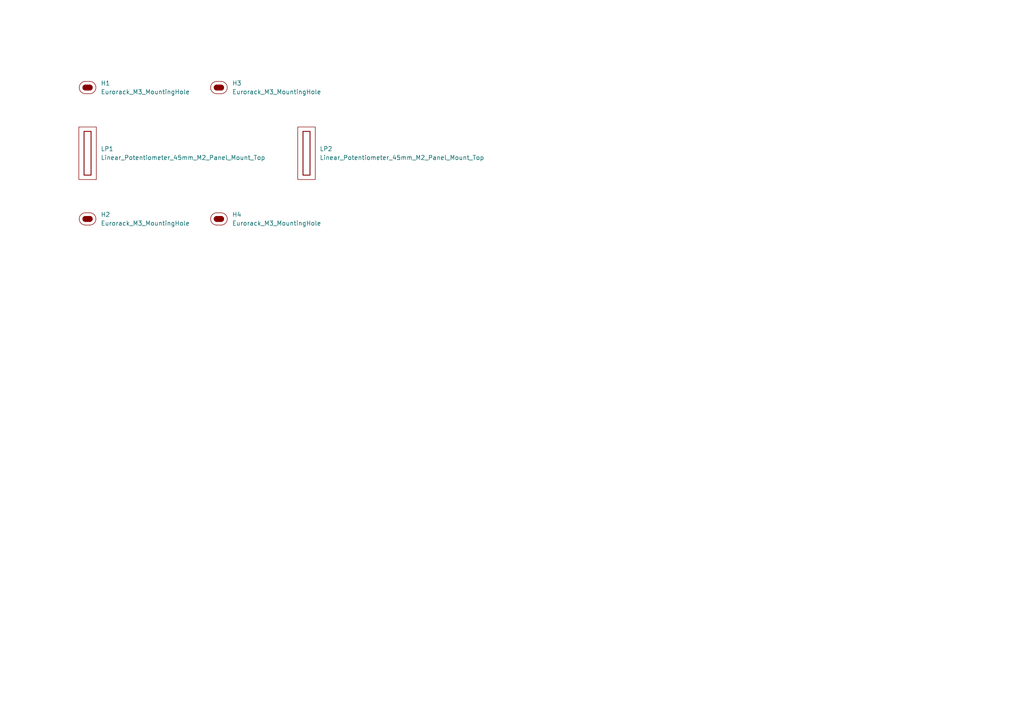
<source format=kicad_sch>
(kicad_sch (version 20250114) (generator "eeschema") (generator_version "9.0")
  (paper "A4")
  (lib_symbols
    (symbol "EXC:Eurorack_M3_MountingHole" (pin_names (offset 1.016))
      (property "Reference" "H" (at 0 5.08 0))
      (property "Value" "Eurorack_M3_MountingHole" (at 0 3.175 0))
      (symbol "Eurorack_M3_MountingHole_0_1"
        (polyline (pts (xy -0.635 0.762) (xy 0.635 0.762)))
        (circle (center -0.635 0) (radius 0.762) (fill (type outline)))
        (arc (start -0.635 -0.762) (mid -1.397 0) (end -0.635 0.762))
        (arc (start -0.635 -1.778) (mid -2.413 0) (end -0.635 1.778))
        (polyline (pts (xy -0.635 -0.762) (xy 0.635 -0.762)))
        (polyline (pts (xy -0.635 -1.778) (xy 0.635 -1.778)))
        (circle (center 0 0) (radius 0.762) (fill (type outline)))
        (polyline (pts (xy 0.635 1.778) (xy -0.635 1.778)))
        (arc (start 0.6141 1.778) (mid 2.4131 0) (end 0.6141 -1.778))
        (arc (start 0.6227 0.762) (mid 1.3971 0) (end 0.6227 -0.762))
        (circle (center 0.635 0) (radius 0.762) (fill (type outline)))
      )
    )
    (symbol "EXC:Linear_Potentiometer_45mm_M2_Panel_Mount_Top" (pin_numbers (hide yes)) (pin_names (offset 0))
      (property "Reference" "LP" (at 0 8.636 0))
      (property "Value" "Linear_Potentiometer_45mm_M2_Panel_Mount_Top" (at 0.254 -8.89 0))
      (symbol "Linear_Potentiometer_45mm_M2_Panel_Mount_Top_0_1"
        (rectangle (start -2.54 7.62) (end 2.54 -7.62))
        (rectangle (start -1.016 6.35) (end 1.016 -6.35) (stroke (width 0.254)))
      )
    )
  )
  (symbol (lib_id "EXC:Eurorack_M3_MountingHole") (at 63.5 63.5 0) (unit 1)
    (property "Reference" "H4" (at 67.31 62.2299 0) (effects (justify left)))
    (property "Value" "Eurorack_M3_MountingHole" (at 67.31 64.7699 0) (effects (justify left)))
    (property "Footprint" "EXC:MountingHole_3.2mm_M3" (effects (hide yes)))
    (property "Description" "Mounting Hole without connection" (effects (hide yes)))
  )
  (symbol (lib_id "EXC:Linear_Potentiometer_45mm_M2_Panel_Mount_Top") (at 88.9 44.45 0) (unit 1)
    (property "Reference" "LP2" (at 92.71 43.1799 0) (effects (justify left)))
    (property "Value" "Linear_Potentiometer_45mm_M2_Panel_Mount_Top" (at 92.71 45.7199 0) (effects (justify left)))
    (property "Footprint" "EXC:Linear_Potentiometer_45mm_M2_Panel_Mount_Top" (effects (hide yes)))
    (property "Datasheet" "https://cdn-shop.adafruit.com/product-files/4272/P4272+C13403-001+Data+Sheet+.pdf" (effects (hide yes)))
    (property "Description" "Slide Potentiometer with Knob - 45mm Long - 10KΩ. Panel-mounted with 2x M2 screws, 41mm apart." (effects (hide yes)))
    (property "Source" "https://www.adafruit.com/product/4272" (effects (hide yes)))
  )
  (symbol (lib_id "EXC:Eurorack_M3_MountingHole") (at 25.4 63.5 0) (unit 1)
    (property "Reference" "H2" (at 29.21 62.2299 0) (effects (justify left)))
    (property "Value" "Eurorack_M3_MountingHole" (at 29.21 64.7699 0) (effects (justify left)))
    (property "Footprint" "EXC:MountingHole_3.2mm_M3" (effects (hide yes)))
    (property "Description" "Mounting Hole without connection" (effects (hide yes)))
  )
  (symbol (lib_id "EXC:Linear_Potentiometer_45mm_M2_Panel_Mount_Top") (at 25.4 44.45 0) (unit 1)
    (property "Reference" "LP1" (at 29.21 43.1799 0) (effects (justify left)))
    (property "Value" "Linear_Potentiometer_45mm_M2_Panel_Mount_Top" (at 29.21 45.7199 0) (effects (justify left)))
    (property "Footprint" "EXC:Linear_Potentiometer_45mm_M2_Panel_Mount_Top" (effects (hide yes)))
    (property "Datasheet" "https://cdn-shop.adafruit.com/product-files/4272/P4272+C13403-001+Data+Sheet+.pdf" (effects (hide yes)))
    (property "Description" "Slide Potentiometer with Knob - 45mm Long - 10KΩ. Panel-mounted with 2x M2 screws, 41mm apart." (effects (hide yes)))
    (property "Source" "https://www.adafruit.com/product/4272" (effects (hide yes)))
  )
  (symbol (lib_id "EXC:Eurorack_M3_MountingHole") (at 25.4 25.4 0) (unit 1)
    (property "Reference" "H1" (at 29.21 24.1299 0) (effects (justify left)))
    (property "Value" "Eurorack_M3_MountingHole" (at 29.21 26.6699 0) (effects (justify left)))
    (property "Footprint" "EXC:MountingHole_3.2mm_M3" (effects (hide yes)))
    (property "Description" "Mounting Hole without connection" (effects (hide yes)))
  )
  (symbol (lib_id "EXC:Eurorack_M3_MountingHole") (at 63.5 25.4 0) (unit 1)
    (property "Reference" "H3" (at 67.31 24.1299 0) (effects (justify left)))
    (property "Value" "Eurorack_M3_MountingHole" (at 67.31 26.6699 0) (effects (justify left)))
    (property "Footprint" "EXC:MountingHole_3.2mm_M3" (effects (hide yes)))
    (property "Description" "Mounting Hole without connection" (effects (hide yes)))
  )
)
</source>
